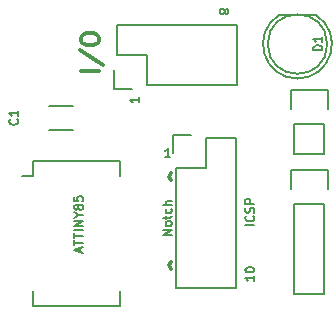
<source format=gbr>
G04 #@! TF.FileFunction,Legend,Top*
%FSLAX46Y46*%
G04 Gerber Fmt 4.6, Leading zero omitted, Abs format (unit mm)*
G04 Created by KiCad (PCBNEW 4.0.1-stable) date 5/20/2016 3:53:06 PM*
%MOMM*%
G01*
G04 APERTURE LIST*
%ADD10C,0.100000*%
%ADD11C,0.300000*%
%ADD12C,0.187500*%
%ADD13C,0.150000*%
G04 APERTURE END LIST*
D10*
D11*
X134178571Y-104071429D02*
X132678571Y-104071429D01*
X132607143Y-102285715D02*
X134535714Y-103571429D01*
X132678571Y-101500000D02*
X132678571Y-101214286D01*
X132750000Y-101071428D01*
X132892857Y-100928571D01*
X133178571Y-100857143D01*
X133678571Y-100857143D01*
X133964286Y-100928571D01*
X134107143Y-101071428D01*
X134178571Y-101214286D01*
X134178571Y-101500000D01*
X134107143Y-101642857D01*
X133964286Y-101785714D01*
X133678571Y-101857143D01*
X133178571Y-101857143D01*
X132892857Y-101785714D01*
X132750000Y-101642857D01*
X132678571Y-101500000D01*
D12*
X153089286Y-102303572D02*
X152339286Y-102303572D01*
X152339286Y-102125000D01*
X152375000Y-102017857D01*
X152446429Y-101946429D01*
X152517857Y-101910714D01*
X152660714Y-101875000D01*
X152767857Y-101875000D01*
X152910714Y-101910714D01*
X152982143Y-101946429D01*
X153053571Y-102017857D01*
X153089286Y-102125000D01*
X153089286Y-102303572D01*
X153089286Y-101160714D02*
X153089286Y-101589286D01*
X153089286Y-101375000D02*
X152339286Y-101375000D01*
X152446429Y-101446429D01*
X152517857Y-101517857D01*
X152553571Y-101589286D01*
X144839286Y-98928571D02*
X144875000Y-98857143D01*
X144910714Y-98821428D01*
X144982143Y-98785714D01*
X145017857Y-98785714D01*
X145089286Y-98821428D01*
X145125000Y-98857143D01*
X145160714Y-98928571D01*
X145160714Y-99071428D01*
X145125000Y-99142857D01*
X145089286Y-99178571D01*
X145017857Y-99214286D01*
X144982143Y-99214286D01*
X144910714Y-99178571D01*
X144875000Y-99142857D01*
X144839286Y-99071428D01*
X144839286Y-98928571D01*
X144803571Y-98857143D01*
X144767857Y-98821428D01*
X144696429Y-98785714D01*
X144553571Y-98785714D01*
X144482143Y-98821428D01*
X144446429Y-98857143D01*
X144410714Y-98928571D01*
X144410714Y-99071428D01*
X144446429Y-99142857D01*
X144482143Y-99178571D01*
X144553571Y-99214286D01*
X144696429Y-99214286D01*
X144767857Y-99178571D01*
X144803571Y-99142857D01*
X144839286Y-99071428D01*
X137589286Y-106285714D02*
X137589286Y-106714286D01*
X137589286Y-106500000D02*
X136839286Y-106500000D01*
X136946429Y-106571429D01*
X137017857Y-106642857D01*
X137053571Y-106714286D01*
X140339286Y-117928571D02*
X139589286Y-117928571D01*
X140339286Y-117499999D01*
X139589286Y-117499999D01*
X140339286Y-117035714D02*
X140303571Y-117107142D01*
X140267857Y-117142857D01*
X140196429Y-117178571D01*
X139982143Y-117178571D01*
X139910714Y-117142857D01*
X139875000Y-117107142D01*
X139839286Y-117035714D01*
X139839286Y-116928571D01*
X139875000Y-116857142D01*
X139910714Y-116821428D01*
X139982143Y-116785714D01*
X140196429Y-116785714D01*
X140267857Y-116821428D01*
X140303571Y-116857142D01*
X140339286Y-116928571D01*
X140339286Y-117035714D01*
X139839286Y-116571428D02*
X139839286Y-116285714D01*
X139589286Y-116464286D02*
X140232143Y-116464286D01*
X140303571Y-116428571D01*
X140339286Y-116357143D01*
X140339286Y-116285714D01*
X140303571Y-115714286D02*
X140339286Y-115785715D01*
X140339286Y-115928572D01*
X140303571Y-116000000D01*
X140267857Y-116035715D01*
X140196429Y-116071429D01*
X139982143Y-116071429D01*
X139910714Y-116035715D01*
X139875000Y-116000000D01*
X139839286Y-115928572D01*
X139839286Y-115785715D01*
X139875000Y-115714286D01*
X140339286Y-115392858D02*
X139589286Y-115392858D01*
X140339286Y-115071429D02*
X139946429Y-115071429D01*
X139875000Y-115107143D01*
X139839286Y-115178572D01*
X139839286Y-115285715D01*
X139875000Y-115357143D01*
X139910714Y-115392858D01*
D11*
X140321429Y-120785714D02*
X140107143Y-120500000D01*
X140321429Y-120214285D01*
X140321429Y-113285714D02*
X140107143Y-113000000D01*
X140321429Y-112714285D01*
D12*
X127267857Y-108125000D02*
X127303571Y-108160714D01*
X127339286Y-108267857D01*
X127339286Y-108339286D01*
X127303571Y-108446429D01*
X127232143Y-108517857D01*
X127160714Y-108553572D01*
X127017857Y-108589286D01*
X126910714Y-108589286D01*
X126767857Y-108553572D01*
X126696429Y-108517857D01*
X126625000Y-108446429D01*
X126589286Y-108339286D01*
X126589286Y-108267857D01*
X126625000Y-108160714D01*
X126660714Y-108125000D01*
X127339286Y-107410714D02*
X127339286Y-107839286D01*
X127339286Y-107625000D02*
X126589286Y-107625000D01*
X126696429Y-107696429D01*
X126767857Y-107767857D01*
X126803571Y-107839286D01*
X132625000Y-119357143D02*
X132625000Y-119000000D01*
X132839286Y-119428571D02*
X132089286Y-119178571D01*
X132839286Y-118928571D01*
X132089286Y-118785714D02*
X132089286Y-118357143D01*
X132839286Y-118571429D02*
X132089286Y-118571429D01*
X132089286Y-118214285D02*
X132089286Y-117785714D01*
X132839286Y-118000000D02*
X132089286Y-118000000D01*
X132839286Y-117535714D02*
X132089286Y-117535714D01*
X132839286Y-117178571D02*
X132089286Y-117178571D01*
X132839286Y-116749999D01*
X132089286Y-116749999D01*
X132482143Y-116249999D02*
X132839286Y-116249999D01*
X132089286Y-116499999D02*
X132482143Y-116249999D01*
X132089286Y-115999999D01*
X132410714Y-115642857D02*
X132375000Y-115714285D01*
X132339286Y-115750000D01*
X132267857Y-115785714D01*
X132232143Y-115785714D01*
X132160714Y-115750000D01*
X132125000Y-115714285D01*
X132089286Y-115642857D01*
X132089286Y-115500000D01*
X132125000Y-115428571D01*
X132160714Y-115392857D01*
X132232143Y-115357142D01*
X132267857Y-115357142D01*
X132339286Y-115392857D01*
X132375000Y-115428571D01*
X132410714Y-115500000D01*
X132410714Y-115642857D01*
X132446429Y-115714285D01*
X132482143Y-115750000D01*
X132553571Y-115785714D01*
X132696429Y-115785714D01*
X132767857Y-115750000D01*
X132803571Y-115714285D01*
X132839286Y-115642857D01*
X132839286Y-115500000D01*
X132803571Y-115428571D01*
X132767857Y-115392857D01*
X132696429Y-115357142D01*
X132553571Y-115357142D01*
X132482143Y-115392857D01*
X132446429Y-115428571D01*
X132410714Y-115500000D01*
X132089286Y-114678571D02*
X132089286Y-115035714D01*
X132446429Y-115071428D01*
X132410714Y-115035714D01*
X132375000Y-114964285D01*
X132375000Y-114785714D01*
X132410714Y-114714285D01*
X132446429Y-114678571D01*
X132517857Y-114642856D01*
X132696429Y-114642856D01*
X132767857Y-114678571D01*
X132803571Y-114714285D01*
X132839286Y-114785714D01*
X132839286Y-114964285D01*
X132803571Y-115035714D01*
X132767857Y-115071428D01*
X147339286Y-121392857D02*
X147339286Y-121821429D01*
X147339286Y-121607143D02*
X146589286Y-121607143D01*
X146696429Y-121678572D01*
X146767857Y-121750000D01*
X146803571Y-121821429D01*
X146589286Y-120928571D02*
X146589286Y-120857143D01*
X146625000Y-120785714D01*
X146660714Y-120750000D01*
X146732143Y-120714286D01*
X146875000Y-120678571D01*
X147053571Y-120678571D01*
X147196429Y-120714286D01*
X147267857Y-120750000D01*
X147303571Y-120785714D01*
X147339286Y-120857143D01*
X147339286Y-120928571D01*
X147303571Y-121000000D01*
X147267857Y-121035714D01*
X147196429Y-121071429D01*
X147053571Y-121107143D01*
X146875000Y-121107143D01*
X146732143Y-121071429D01*
X146660714Y-121035714D01*
X146625000Y-121000000D01*
X146589286Y-120928571D01*
X140214286Y-111339286D02*
X139785714Y-111339286D01*
X140000000Y-111339286D02*
X140000000Y-110589286D01*
X139928571Y-110696429D01*
X139857143Y-110767857D01*
X139785714Y-110803571D01*
X147339286Y-117107143D02*
X146589286Y-117107143D01*
X147267857Y-116321428D02*
X147303571Y-116357142D01*
X147339286Y-116464285D01*
X147339286Y-116535714D01*
X147303571Y-116642857D01*
X147232143Y-116714285D01*
X147160714Y-116750000D01*
X147017857Y-116785714D01*
X146910714Y-116785714D01*
X146767857Y-116750000D01*
X146696429Y-116714285D01*
X146625000Y-116642857D01*
X146589286Y-116535714D01*
X146589286Y-116464285D01*
X146625000Y-116357142D01*
X146660714Y-116321428D01*
X147303571Y-116035714D02*
X147339286Y-115928571D01*
X147339286Y-115750000D01*
X147303571Y-115678571D01*
X147267857Y-115642857D01*
X147196429Y-115607142D01*
X147125000Y-115607142D01*
X147053571Y-115642857D01*
X147017857Y-115678571D01*
X146982143Y-115750000D01*
X146946429Y-115892857D01*
X146910714Y-115964285D01*
X146875000Y-116000000D01*
X146803571Y-116035714D01*
X146732143Y-116035714D01*
X146660714Y-116000000D01*
X146625000Y-115964285D01*
X146589286Y-115892857D01*
X146589286Y-115714285D01*
X146625000Y-115607142D01*
X147339286Y-115285714D02*
X146589286Y-115285714D01*
X146589286Y-114999999D01*
X146625000Y-114928571D01*
X146660714Y-114892856D01*
X146732143Y-114857142D01*
X146839286Y-114857142D01*
X146910714Y-114892856D01*
X146946429Y-114928571D01*
X146982143Y-114999999D01*
X146982143Y-115285714D01*
D13*
X138270000Y-105270000D02*
X145890000Y-105270000D01*
X145890000Y-105270000D02*
X145890000Y-100190000D01*
X145890000Y-100190000D02*
X135730000Y-100190000D01*
X135730000Y-100190000D02*
X135730000Y-102730000D01*
X135450000Y-104000000D02*
X135450000Y-105550000D01*
X135730000Y-102730000D02*
X138270000Y-102730000D01*
X138270000Y-102730000D02*
X138270000Y-105270000D01*
X135450000Y-105550000D02*
X137000000Y-105550000D01*
X145810000Y-109730000D02*
X145810000Y-122430000D01*
X145810000Y-122430000D02*
X140730000Y-122430000D01*
X140730000Y-122430000D02*
X140730000Y-112270000D01*
X145810000Y-109730000D02*
X143270000Y-109730000D01*
X142000000Y-109450000D02*
X140450000Y-109450000D01*
X143270000Y-109730000D02*
X143270000Y-112270000D01*
X143270000Y-112270000D02*
X140730000Y-112270000D01*
X140450000Y-109450000D02*
X140450000Y-111000000D01*
X130000000Y-109025000D02*
X132000000Y-109025000D01*
X132000000Y-106975000D02*
X130000000Y-106975000D01*
X149475096Y-99285112D02*
G75*
G03X152500000Y-99270000I1524904J-2484888D01*
G01*
X149500000Y-99270000D02*
X152500000Y-99270000D01*
X153517936Y-101770000D02*
G75*
G03X153517936Y-101770000I-2517936J0D01*
G01*
X128635000Y-111705000D02*
X128635000Y-112975000D01*
X135985000Y-111705000D02*
X135985000Y-112975000D01*
X135985000Y-123915000D02*
X135985000Y-122645000D01*
X128635000Y-123915000D02*
X128635000Y-122645000D01*
X128635000Y-111705000D02*
X135985000Y-111705000D01*
X128635000Y-123915000D02*
X135985000Y-123915000D01*
X128635000Y-112975000D02*
X127700000Y-112975000D01*
X150730000Y-115270000D02*
X150730000Y-122890000D01*
X153270000Y-115270000D02*
X153270000Y-122890000D01*
X153550000Y-112450000D02*
X153550000Y-114000000D01*
X150730000Y-122890000D02*
X153270000Y-122890000D01*
X153270000Y-115270000D02*
X150730000Y-115270000D01*
X150450000Y-114000000D02*
X150450000Y-112450000D01*
X150450000Y-112450000D02*
X153550000Y-112450000D01*
X153270000Y-108520000D02*
X153270000Y-111060000D01*
X153550000Y-105700000D02*
X153550000Y-107250000D01*
X153270000Y-108520000D02*
X150730000Y-108520000D01*
X150450000Y-107250000D02*
X150450000Y-105700000D01*
X150450000Y-105700000D02*
X153550000Y-105700000D01*
X150730000Y-108520000D02*
X150730000Y-111060000D01*
X150730000Y-111060000D02*
X153270000Y-111060000D01*
M02*

</source>
